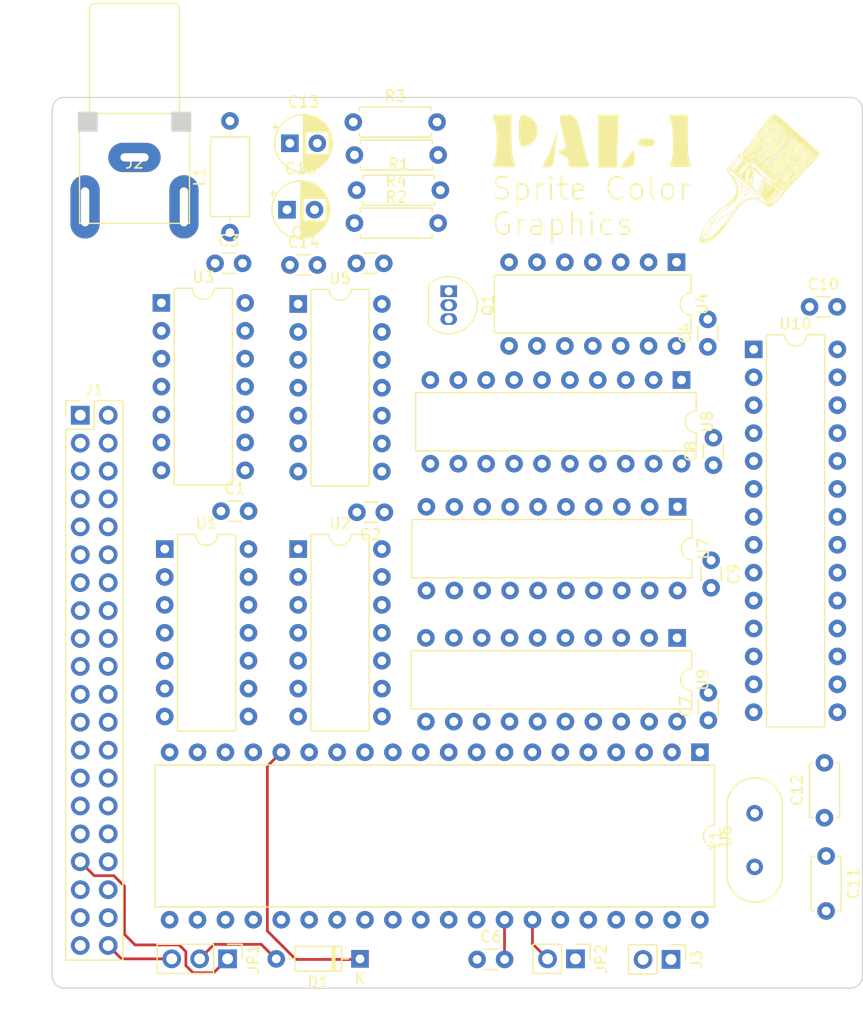
<source format=kicad_pcb>
(kicad_pcb (version 20211014) (generator pcbnew)
  (layers (0 "F.Cu" signal) (31 "B.Cu" signal) (34 "B.Paste" user) (35 "F.Paste" user) (36 "B.SilkS" user "B.Silkscreen") (37 "F.SilkS" user "F.Silkscreen") (38 "B.Mask" user) (39 "F.Mask" user) (44 "Edge.Cuts" user))
  (net 0 "")
  (net 1 "VCC")
  (net 2 "GND")
  (net 3 "Net-(C13-Pad1)")
  (net 4 "Net-(C15-Pad1)")
  (net 5 "Net-(C15-Pad2)")
  (net 6 "Net-(D1-Pad1)")
  (net 7 "Net-(D1-Pad2)")
  (net 8 "RESET")
  (net 9 "A0")
  (net 10 "A1")
  (net 11 "A2")
  (net 12 "A3")
  (net 13 "A4")
  (net 14 "A5")
  (net 15 "A6")
  (net 16 "A7")
  (net 17 "A8")
  (net 18 "A9")
  (net 19 "A10")
  (net 20 "A11")
  (net 21 "A12")
  (net 22 "A13")
  (net 23 "A14")
  (net 24 "A15")
  (net 25 "R{slash}~{W}")
  (net 26 "PHI2")
  (net 27 "D0")
  (net 28 "D1")
  (net 29 "D2")
  (net 30 "D3")
  (net 31 "D4")
  (net 32 "D5")
  (net 33 "D6")
  (net 34 "D7")
  (net 35 "SYNC")
  (net 36 "RDY")
  (net 37 "NMI")
  (net 38 "TAPE")
  (net 39 "DEN")
  (net 40 "SST")
  (net 41 "IO3")
  (net 42 "PB7")
  (net 43 "PHI1")
  (net 44 "IRQ")
  (net 45 "Net-(JP2-Pad2)")
  (net 46 "Net-(Q1-Pad1)")
  (net 47 "Net-(Q1-Pad2)")
  (net 48 "Net-(R1-Pad1)")
  (net 49 "Net-(U1-Pad8)")
  (net 50 "CS")
  (net 51 "Net-(U2-Pad3)")
  (net 52 "Net-(U2-Pad11)")
  (net 53 "Net-(U2-Pad6)")
  (net 55 "Net-(U3-Pad1)")
  (net 56 "Net-(U3-Pad4)")
  (net 57 "Net-(U3-Pad10)")
  (net 58 "Net-(U3-Pad13)")
  (net 59 "~{CAS}")
  (net 60 "Net-(U4-Pad2)")
  (net 61 "Net-(U4-Pad4)")
  (net 62 "COL")
  (net 63 "ROW")
  (net 64 "~{RAS}")
  (net 65 "~{VRD}")
  (net 66 "~{VRW}")
  (net 68 "Net-(U5-Pad3)")
  (net 69 "Net-(U5-Pad10)")
  (net 71 "/AD7")
  (net 72 "/AD6")
  (net 73 "/AD5")
  (net 74 "/AD4")
  (net 75 "/AD3")
  (net 76 "/AD2")
  (net 77 "/AD1")
  (net 78 "/AD0")
  (net 79 "/VD7")
  (net 80 "/VD6")
  (net 81 "/VD5")
  (net 82 "/VD4")
  (net 83 "/VD3")
  (net 84 "/VD2")
  (net 85 "/VD1")
  (net 86 "/VD0")
  (net 87 "Net-(J3-Pad1)")
  (net 91 "/VA6")
  (net 92 "/VA5")
  (net 93 "/VA4")
  (net 94 "/VA3")
  (net 95 "/VA2")
  (net 96 "/VA1")
  (net 97 "/VA0")
  (net 99 "/VA13")
  (net 100 "/VA12")
  (net 101 "/VA11")
  (net 102 "/VA10")
  (net 103 "/VA9")
  (net 104 "/VA8")
  (net 105 "/VA7")
  (net 106 "Net-(C11-Pad2)")
  (net 107 "Net-(C12-Pad2)")
  (footprint "Package_DIP:DIP-14_W7.62mm" (layer "F.Cu") (at 86.8272 97.1754)
    (fp_text reference "U2" (at 3.81 -2.33) (layer "F.SilkS"))
    (fp_text value "74LS00")
    (pad "1" thru_hole rect (at 0 0) (size 1.6 1.6) (drill 0.8) (layers *.Cu *.Mask) (net 50 "CS"))
    (pad "2" thru_hole oval (at 0 2.54) (size 1.6 1.6) (drill 0.8) (layers *.Cu *.Mask) (net 25 "R{slash}~{W}"))
    (pad "3" thru_hole oval (at 0 5.08) (size 1.6 1.6) (drill 0.8) (layers *.Cu *.Mask) (net 51 "Net-(U2-Pad3)"))
    (pad "4" thru_hole oval (at 0 7.62) (size 1.6 1.6) (drill 0.8) (layers *.Cu *.Mask) (net 52 "Net-(U2-Pad11)"))
    (pad "5" thru_hole oval (at 0 10.16) (size 1.6 1.6) (drill 0.8) (layers *.Cu *.Mask) (net 50 "CS"))
    (pad "6" thru_hole oval (at 0 12.7) (size 1.6 1.6) (drill 0.8) (layers *.Cu *.Mask) (net 53 "Net-(U2-Pad6)"))
    (pad "7" thru_hole oval (at 0 15.24) (size 1.6 1.6) (drill 0.8) (layers *.Cu *.Mask) (net 2 "GND"))
    (pad "8" thru_hole oval (at 7.62 15.24) (size 1.6 1.6) (drill 0.8) (layers *.Cu *.Mask))
    (pad "9" thru_hole oval (at 7.62 12.7) (size 1.6 1.6) (drill 0.8) (layers *.Cu *.Mask) (net 2 "GND"))
    (pad "10" thru_hole oval (at 7.62 10.16) (size 1.6 1.6) (drill 0.8) (layers *.Cu *.Mask) (net 2 "GND"))
    (pad "11" thru_hole oval (at 7.62 7.62) (size 1.6 1.6) (drill 0.8) (layers *.Cu *.Mask) (net 52 "Net-(U2-Pad11)"))
    (pad "12" thru_hole oval (at 7.62 5.08) (size 1.6 1.6) (drill 0.8) (layers *.Cu *.Mask) (net 25 "R{slash}~{W}"))
    (pad "13" thru_hole oval (at 7.62 2.54) (size 1.6 1.6) (drill 0.8) (layers *.Cu *.Mask) (net 25 "R{slash}~{W}"))
    (pad "14" thru_hole oval (at 7.62 0) (size 1.6 1.6) (drill 0.8) (layers *.Cu *.Mask) (net 1 "VCC"))
  )
  (footprint "Capacitor_THT:C_Disc_D3.0mm_W1.6mm_P2.50mm" (layer "F.Cu") (at 86.0752 71.3232)
    (fp_text reference "C14" (at 1.25 -2.05) (layer "F.SilkS"))
    (fp_text value "0.1uF")
    (pad "1" thru_hole circle (at 0 0) (size 1.6 1.6) (drill 0.8) (layers *.Cu *.Mask) (net 3 "Net-(C13-Pad1)"))
    (pad "2" thru_hole circle (at 2.5 0) (size 1.6 1.6) (drill 0.8) (layers *.Cu *.Mask) (net 2 "GND"))
  )
  (footprint "Crystal:Crystal_HC49-U_Vertical" (layer "F.Cu") (at 128.3716 126.0972 90)
    (fp_text reference "Y1" (at 2.44 -3.525 90) (layer "F.SilkS"))
    (fp_text value "10.7386Mhz")
    (pad "1" thru_hole circle (at 0 0 90) (size 1.5 1.5) (drill 0.8) (layers *.Cu *.Mask) (net 106 "Net-(C11-Pad2)"))
    (pad "2" thru_hole circle (at 4.88 0 90) (size 1.5 1.5) (drill 0.8) (layers *.Cu *.Mask) (net 107 "Net-(C12-Pad2)"))
  )
  (footprint "Resistor_THT:R_Axial_DIN0207_L6.3mm_D2.5mm_P7.62mm_Horizontal" (layer "F.Cu") (at 91.8464 58.3184)
    (fp_text reference "R3" (at 3.81 -2.37) (layer "F.SilkS"))
    (fp_text value "75")
    (pad "1" thru_hole circle (at 0 0) (size 1.6 1.6) (drill 0.8) (layers *.Cu *.Mask) (net 2 "GND"))
    (pad "2" thru_hole oval (at 7.62 0) (size 1.6 1.6) (drill 0.8) (layers *.Cu *.Mask) (net 46 "Net-(Q1-Pad1)"))
  )
  (footprint "Connector_PinHeader_2.54mm:PinHeader_1x03_P2.54mm_Vertical" (layer "F.Cu") (at 80.4014 134.4676 -90)
    (fp_text reference "JP1" (at 0 -2.33 90) (layer "F.SilkS"))
    (fp_text value "Jumper_3_Open")
    (pad "1" thru_hole rect (at 0 0 270) (size 1.7 1.7) (drill 1) (layers *.Cu *.Mask) (net 37 "NMI"))
    (pad "2" thru_hole oval (at 0 2.54 270) (size 1.7 1.7) (drill 1) (layers *.Cu *.Mask) (net 7 "Net-(D1-Pad2)"))
    (pad "3" thru_hole oval (at 0 5.08 270) (size 1.7 1.7) (drill 1) (layers *.Cu *.Mask) (net 44 "IRQ"))
  )
  (footprint "Resistor_THT:R_Axial_DIN0207_L6.3mm_D2.5mm_P7.62mm_Horizontal" (layer "F.Cu") (at 99.568 61.3156 180)
    (fp_text reference "R4" (at 3.81 -2.37) (layer "F.SilkS"))
    (fp_text value "75")
    (pad "1" thru_hole circle (at 0 0 180) (size 1.6 1.6) (drill 0.8) (layers *.Cu *.Mask) (net 46 "Net-(Q1-Pad1)"))
    (pad "2" thru_hole oval (at 7.62 0 180) (size 1.6 1.6) (drill 0.8) (layers *.Cu *.Mask) (net 4 "Net-(C15-Pad1)"))
  )
  (footprint "Package_TO_SOT_THT:TO-92_Inline" (layer "F.Cu") (at 100.5288 73.7108 -90)
    (fp_text reference "Q1" (at 1.27 -3.56 90) (layer "F.SilkS"))
    (fp_text value "2N3904")
    (pad "1" thru_hole rect (at 0 0 270) (size 1.05 1.5) (drill 0.75) (layers *.Cu *.Mask) (net 46 "Net-(Q1-Pad1)"))
    (pad "2" thru_hole oval (at 1.27 0 270) (size 1.05 1.5) (drill 0.75) (layers *.Cu *.Mask) (net 47 "Net-(Q1-Pad2)"))
    (pad "3" thru_hole oval (at 2.54 0 270) (size 1.05 1.5) (drill 0.75) (layers *.Cu *.Mask) (net 3 "Net-(C13-Pad1)"))
  )
  (footprint "Capacitor_THT:C_Disc_D3.0mm_W1.6mm_P2.50mm" (layer "F.Cu") (at 103.1132 134.5184)
    (fp_text reference "C6" (at 1.25 -2.05) (layer "F.SilkS"))
    (fp_text value "0.1uF")
    (pad "1" thru_hole circle (at 0 0) (size 1.6 1.6) (drill 0.8) (layers *.Cu *.Mask) (net 1 "VCC"))
    (pad "2" thru_hole circle (at 2.5 0) (size 1.6 1.6) (drill 0.8) (layers *.Cu *.Mask) (net 2 "GND"))
  )
  (footprint "Capacitor_THT:CP_Radial_D5.0mm_P2.50mm" (layer "F.Cu") (at 85.815288 66.294)
    (fp_text reference "C15" (at 1.25 -3.75) (layer "F.SilkS"))
    (fp_text value "220uF")
    (pad "1" thru_hole rect (at 0 0) (size 1.6 1.6) (drill 0.8) (layers *.Cu *.Mask) (net 4 "Net-(C15-Pad1)"))
    (pad "2" thru_hole circle (at 2.5 0) (size 1.6 1.6) (drill 0.8) (layers *.Cu *.Mask) (net 5 "Net-(C15-Pad2)"))
  )
  (footprint "Connector_PinHeader_2.54mm:PinHeader_2x20_P2.54mm_Vertical" (layer "F.Cu") (at 67.0002 84.9934)
    (fp_text reference "J1" (at 1.27 -2.33) (layer "F.SilkS"))
    (fp_text value "Conn_02x20_Odd_Even")
    (pad "1" thru_hole rect (at 0 0) (size 1.7 1.7) (drill 1) (layers *.Cu *.Mask) (net 2 "GND"))
    (pad "2" thru_hole oval (at 2.54 0) (size 1.7 1.7) (drill 1) (layers *.Cu *.Mask) (net 2 "GND"))
    (pad "3" thru_hole oval (at 0 2.54) (size 1.7 1.7) (drill 1) (layers *.Cu *.Mask) (net 1 "VCC"))
    (pad "4" thru_hole oval (at 2.54 2.54) (size 1.7 1.7) (drill 1) (layers *.Cu *.Mask) (net 8 "RESET"))
    (pad "5" thru_hole oval (at 0 5.08) (size 1.7 1.7) (drill 1) (layers *.Cu *.Mask) (net 9 "A0"))
    (pad "6" thru_hole oval (at 2.54 5.08) (size 1.7 1.7) (drill 1) (layers *.Cu *.Mask) (net 10 "A1"))
    (pad "7" thru_hole oval (at 0 7.62) (size 1.7 1.7) (drill 1) (layers *.Cu *.Mask) (net 11 "A2"))
    (pad "8" thru_hole oval (at 2.54 7.62) (size 1.7 1.7) (drill 1) (layers *.Cu *.Mask) (net 12 "A3"))
    (pad "9" thru_hole oval (at 0 10.16) (size 1.7 1.7) (drill 1) (layers *.Cu *.Mask) (net 13 "A4"))
    (pad "10" thru_hole oval (at 2.54 10.16) (size 1.7 1.7) (drill 1) (layers *.Cu *.Mask) (net 14 "A5"))
    (pad "11" thru_hole oval (at 0 12.7) (size 1.7 1.7) (drill 1) (layers *.Cu *.Mask) (net 15 "A6"))
    (pad "12" thru_hole oval (at 2.54 12.7) (size 1.7 1.7) (drill 1) (layers *.Cu *.Mask) (net 16 "A7"))
    (pad "13" thru_hole oval (at 0 15.24) (size 1.7 1.7) (drill 1) (layers *.Cu *.Mask) (net 17 "A8"))
    (pad "14" thru_hole oval (at 2.54 15.24) (size 1.7 1.7) (drill 1) (layers *.Cu *.Mask) (net 18 "A9"))
    (pad "15" thru_hole oval (at 0 17.78) (size 1.7 1.7) (drill 1) (layers *.Cu *.Mask) (net 19 "A10"))
    (pad "16" thru_hole oval (at 2.54 17.78) (size 1.7 1.7) (drill 1) (layers *.Cu *.Mask) (net 20 "A11"))
    (pad "17" thru_hole oval (at 0 20.32) (size 1.7 1.7) (drill 1) (layers *.Cu *.Mask) (net 21 "A12"))
    (pad "18" thru_hole oval (at 2.54 20.32) (size 1.7 1.7) (drill 1) (layers *.Cu *.Mask) (net 22 "A13"))
    (pad "19" thru_hole oval (at 0 22.86) (size 1.7 1.7) (drill 1) (layers *.Cu *.Mask) (net 23 "A14"))
    (pad "20" thru_hole oval (at 2.54 22.86) (size 1.7 1.7) (drill 1) (layers *.Cu *.Mask) (net 24 "A15"))
    (pad "21" thru_hole oval (at 0 25.4) (size 1.7 1.7) (drill 1) (layers *.Cu *.Mask) (net 25 "R{slash}~{W}"))
    (pad "22" thru_hole oval (at 2.54 25.4) (size 1.7 1.7) (drill 1) (layers *.Cu *.Mask) (net 26 "PHI2"))
    (pad "23" thru_hole oval (at 0 27.94) (size 1.7 1.7) (drill 1) (layers *.Cu *.Mask) (net 27 "D0"))
    (pad "24" thru_hole oval (at 2.54 27.94) (size 1.7 1.7) (drill 1) (layers *.Cu *.Mask) (net 28 "D1"))
    (pad "25" thru_hole oval (at 0 30.48) (size 1.7 1.7) (drill 1) (layers *.Cu *.Mask) (net 29 "D2"))
    (pad "26" thru_hole oval (at 2.54 30.48) (size 1.7 1.7) (drill 1) (layers *.Cu *.Mask) (net 30 "D3"))
    (pad "27" thru_hole oval (at 0 33.02) (size 1.7 1.7) (drill 1) (layers *.Cu *.Mask) (net 31 "D4"))
    (pad "28" thru_hole oval (at 2.54 33.02) (size 1.7 1.7) (drill 1) (layers *.Cu *.Mask) (net 32 "D5"))
    (pad "29" thru_hole oval (at 0 35.56) (size 1.7 1.7) (drill 1) (layers *.Cu *.Mask) (net 33 "D6"))
    (pad "30" thru_hole oval (at 2.54 35.56) (size 1.7 1.7) (drill 1) (layers *.Cu *.Mask) (net 34 "D7"))
    (pad "31" thru_hole oval (at 0 38.1) (size 1.7 1.7) (drill 1) (layers *.Cu *.Mask) (net 35 "SYNC"))
    (pad "32" thru_hole oval (at 2.54 38.1) (size 1.7 1.7) (drill 1) (layers *.Cu *.Mask) (net 36 "RDY"))
    (pad "33" thru_hole oval (at 0 40.64) (size 1.7 1.7) (drill 1) (layers *.Cu *.Mask) (net 37 "NMI"))
    (pad "34" thru_hole oval (at 2.54 40.64) (size 1.7 1.7) (drill 1) (layers *.Cu *.Mask) (net 38 "TAPE"))
    (pad "35" thru_hole oval (at 0 43.18) (size 1.7 1.7) (drill 1) (layers *.Cu *.Mask) (net 39 "DEN"))
    (pad "36" thru_hole oval (at 2.54 43.18) (size 1.7 1.7) (drill 1) (layers *.Cu *.Mask) (net 40 "SST"))
    (pad "37" thru_hole oval (at 0 45.72) (size 1.7 1.7) (drill 1) (layers *.Cu *.Mask) (net 41 "IO3"))
    (pad "38" thru_hole oval (at 2.54 45.72) (size 1.7 1.7) (drill 1) (layers *.Cu *.Mask) (net 42 "PB7"))
    (pad "39" thru_hole oval (at 0 48.26) (size 1.7 1.7) (drill 1) (layers *.Cu *.Mask) (net 43 "PHI1"))
    (pad "40" thru_hole oval (at 2.54 48.26) (size 1.7 1.7) (drill 1) (layers *.Cu *.Mask) (net 44 "IRQ"))
  )
  (footprint "Inductor_THT:L_Axial_L7.0mm_D3.3mm_P10.16mm_Horizontal_Fastron_MICC" (layer "F.Cu") (at 80.6196 68.3768 90)
    (fp_text reference "L1" (at 5.08 -2.77 90) (layer "F.SilkS"))
    (fp_text value "Inductor (bead)")
    (pad "1" thru_hole circle (at 0 0 90) (size 1.6 1.6) (drill 0.8) (layers *.Cu *.Mask) (net 1 "VCC"))
    (pad "2" thru_hole oval (at 10.16 0 90) (size 1.6 1.6) (drill 0.8) (layers *.Cu *.Mask) (net 3 "Net-(C13-Pad1)"))
  )
  (footprint "Capacitor_THT:C_Disc_D4.7mm_W2.5mm_P5.00mm" (layer "F.Cu") (at 134.7216 121.626 90)
    (fp_text reference "C12" (at 2.5 -2.5 90) (layer "F.SilkS"))
    (fp_text value "33pF")
    (pad "1" thru_hole circle (at 0 0 90) (size 1.6 1.6) (drill 0.8) (layers *.Cu *.Mask) (net 2 "GND"))
    (pad "2" thru_hole circle (at 5 0 90) (size 1.6 1.6) (drill 0.8) (layers *.Cu *.Mask) (net 107 "Net-(C12-Pad2)"))
  )
  (footprint "Package_DIP:DIP-20_W7.62mm" (layer "F.Cu") (at 121.3104 105.2576 -90)
    (fp_text reference "U9" (at 3.81 -2.33 90) (layer "F.SilkS"))
    (fp_text value "74LS574")
    (pad "1" thru_hole rect (at 0 0 270) (size 1.6 1.6) (drill 0.8) (layers *.Cu *.Mask) (net 66 "~{VRW}"))
    (pad "2" thru_hole oval (at 0 2.54 270) (size 1.6 1.6) (drill 0.8) (layers *.Cu *.Mask) (net 78 "/AD0"))
    (pad "3" thru_hole oval (at 0 5.08 270) (size 1.6 1.6) (drill 0.8) (layers *.Cu *.Mask) (net 77 "/AD1"))
    (pad "4" thru_hole oval (at 0 7.62 270) (size 1.6 1.6) (drill 0.8) (layers *.Cu *.Mask) (net 76 "/AD2"))
    (pad "5" thru_hole oval (at 0 10.16 270) (size 1.6 1.6) (drill 0.8) (layers *.Cu *.Mask) (net 75 "/AD3"))
    (pad "6" thru_hole oval (at 0 12.7 270) (size 1.6 1.6) (drill 0.8) (layers *.Cu *.Mask) (net 74 "/AD4"))
    (pad "7" thru_hole oval (at 0 15.24 270) (size 1.6 1.6) (drill 0.8) (layers *.Cu *.Mask) (net 73 "/AD5"))
    (pad "8" thru_hole oval (at 0 17.78 270) (size 1.6 1.6) (drill 0.8) (layers *.Cu *.Mask) (net 72 "/AD6"))
    (pad "9" thru_hole oval (at 0 20.32 270) (size 1.6 1.6) (drill 0.8) (layers *.Cu *.Mask) (net 71 "/AD7"))
    (pad "10" thru_hole oval (at 0 22.86 270) (size 1.6 1.6) (drill 0.8) (layers *.Cu *.Mask) (net 2 "GND"))
    (pad "11" thru_hole oval (at 7.62 22.86 270) (size 1.6 1.6) (drill 0.8) (layers *.Cu *.Mask) (net 65 "~{VRD}"))
    (pad "12" thru_hole oval (at 7.62 20.32 270) (size 1.6 1.6) (drill 0.8) (layers *.Cu *.Mask) (net 79 "/VD7"))
    (pad "13" thru_hole oval (at 7.62 17.78 270) (size 1.6 1.6) (drill 0.8) (layers *.Cu *.Mask) (net 80 "/VD6"))
    (pad "14" thru_hole oval (at 7.62 15.24 270) (size 1.6 1.6) (drill 0.8) (layers *.Cu *.Mask) (net 81 "/VD5"))
    (pad "15" thru_hole oval (at 7.62 12.7 270) (size 1.6 1.6) (drill 0.8) (layers *.Cu *.Mask) (net 82 "/VD4"))
    (pad "16" thru_hole oval (at 7.62 10.16 270) (size 1.6 1.6) (drill 0.8) (layers *.Cu *.Mask) (net 83 "/VD3"))
    (pad "17" thru_hole oval (at 7.62 7.62 270) (size 1.6 1.6) (drill 0.8) (layers *.Cu *.Mask) (net 84 "/VD2"))
    (pad "18" thru_hole oval (at 7.62 5.08 270) (size 1.6 1.6) (drill 0.8) (layers *.Cu *.Mask) (net 85 "/VD1"))
    (pad "19" thru_hole oval (at 7.62 2.54 270) (size 1.6 1.6) (drill 0.8) (layers *.Cu *.Mask) (net 86 "/VD0"))
    (pad "20" thru_hole oval (at 7.62 0 270) (size 1.6 1.6) (drill 0.8) (layers *.Cu *.Mask) (net 1 "VCC"))
  )
  (footprint "Package_DIP:DIP-40_W15.24mm" (layer "F.Cu") (at 123.3882 115.6666 -90)
    (fp_text reference "U6" (at 7.62 -2.33 90) (layer "F.SilkS"))
    (fp_text value "TMS9918A")
    (pad "1" thru_hole rect (at 0 0 270) (size 1.6 1.6) (drill 0.8) (layers *.Cu *.Mask) (net 64 "~{RAS}"))
    (pad "2" thru_hole oval (at 0 2.54 270) (size 1.6 1.6) (drill 0.8) (layers *.Cu *.Mask) (net 59 "~{CAS}"))
    (pad "3" thru_hole oval (at 0 5.08 270) (size 1.6 1.6) (drill 0.8) (layers *.Cu *.Mask) (net 71 "/AD7"))
    (pad "4" thru_hole oval (at 0 7.62 270) (size 1.6 1.6) (drill 0.8) (layers *.Cu *.Mask) (net 72 "/AD6"))
    (pad "5" thru_hole oval (at 0 10.16 270) (size 1.6 1.6) (drill 0.8) (layers *.Cu *.Mask) (net 73 "/AD5"))
    (pad "6" thru_hole oval (at 0 12.7 270) (size 1.6 1.6) (drill 0.8) (layers *.Cu *.Mask) (net 74 "/AD4"))
    (pad "7" thru_hole oval (at 0 15.24 270) (size 1.6 1.6) (drill 0.8) (layers *.Cu *.Mask) (net 75 "/AD3"))
    (pad "8" thru_hole oval (at 0 17.78 270) (size 1.6 1.6) (drill 0.8) (layers *.Cu *.Mask) (net 76 "/AD2"))
    (pad "9" thru_hole oval (at 0 20.32 270) (size 1.6 1.6) (drill 0.8) (layers *.Cu *.Mask) (net 77 "/AD1"))
    (pad "10" thru_hole oval (at 0 22.86 270) (size 1.6 1.6) (drill 0.8) (layers *.Cu *.Mask) (net 78 "/AD0"))
    (pad "11" thru_hole oval (at 0 25.4 270) (size 1.6 1.6) (drill 0.8) (layers *.Cu *.Mask) (net 66 "~{VRW}"))
    (pad "12" thru_hole oval (at 0 27.94 270) (size 1.6 1.6) (drill 0.8) (layers *.Cu *.Mask) (net 2 "GND"))
    (pad "13" thru_hole oval (at 0 30.48 270) (size 1.6 1.6) (drill 0.8) (layers *.Cu *.Mask) (net 9 "A0"))
    (pad "14" thru_hole oval (at 0 33.02 270) (size 1.6 1.6) (drill 0.8) (layers *.Cu *.Mask) (net 53 "Net-(U2-Pad6)"))
    (pad "15" thru_hole oval (at 0 35.56 270) (size 1.6 1.6) (drill 0.8) (layers *.Cu *.Mask) (net 51 "Net-(U2-Pad3)"))
    (pad "16" thru_hole oval (at 0 38.1 270) (size 1.6 1.6) (drill 0.8) (layers *.Cu *.Mask) (net 6 "Net-(D1-Pad1)"))
    (pad "17" thru_hole oval (at 0 40.64 270) (size 1.6 1.6) (drill 0.8) (layers *.Cu *.Mask) (net 34 "D7"))
    (pad "18" thru_hole oval (at 0 43.18 270) (size 1.6 1.6) (drill 0.8) (layers *.Cu *.Mask) (net 33 "D6"))
    (pad "19" thru_hole oval (at 0 45.72 270) (size 1.6 1.6) (drill 0.8) (layers *.Cu *.Mask) (net 32 "D5"))
    (pad "20" thru_hole oval (at 0 48.26 270) (size 1.6 1.6) (drill 0.8) (layers *.Cu *.Mask) (net 31 "D4"))
    (pad "21" thru_hole oval (at 15.24 48.26 270) (size 1.6 1.6) (drill 0.8) (layers *.Cu *.Mask) (net 30 "D3"))
    (pad "22" thru_hole oval (at 15.24 45.72 270) (size 1.6 1.6) (drill 0.8) (layers *.Cu *.Mask) (net 29 "D2"))
    (pad "23" thru_hole oval (at 15.24 43.18 270) (size 1.6 1.6) (drill 0.8) (layers *.Cu *.Mask) (net 28 "D1"))
    (pad "24" thru_hole oval (at 15.24 40.64 270) (size 1.6 1.6) (drill 0.8) (layers *.Cu *.Mask) (net 27 "D0"))
    (pad "25" thru_hole oval (at 15.24 38.1 270) (size 1.6 1.6) (drill 0.8) (layers *.Cu *.Mask) (net 79 "/VD7"))
    (pad "26" thru_hole oval (at 15.24 35.56 270) (size 1.6 1.6) (drill 0.8) (layers *.Cu *.Mask) (net 80 "/VD6"))
    (pad "27" thru_hole oval (at 15.24 33.02 270) (size 1.6 1.6) (drill 0.8) (layers *.Cu *.Mask) (net 81 "/VD5"))
    (pad "28" thru_hole oval (at 15.24 30.48 270) (size 1.6 1.6) (drill 0.8) (layers *.Cu *.Mask) (net 82 "/VD4"))
    (pad "29" thru_hole oval (at 15.24 27.94 270) (size 1.6 1.6) (drill 0.8) (layers *.Cu *.Mask) (net 83 "/VD3"))
    (pad "30" thru_hole oval (at 15.24 25.4 270) (size 1.6 1.6) (drill 0.8) (layers *.Cu *.Mask) (net 84 "/VD2"))
    (pad "31" thru_hole oval (at 15.24 22.86 270) (size 1.6 1.6) (drill 0.8) (layers *.Cu *.Mask) (net 85 "/VD1"))
    (pad "32" thru_hole oval (at 15.24 20.32 270) (size 1.6 1.6) (drill 0.8) (layers *.Cu *.Mask) (net 86 "/VD0"))
    (pad "33" thru_hole oval (at 15.24 17.78 270) (size 1.6 1.6) (drill 0.8) (layers *.Cu *.Mask) (net 1 "VCC"))
    (pad "34" thru_hole oval (at 15.24 15.24 270) (size 1.6 1.6) (drill 0.8) (layers *.Cu *.Mask) (net 45 "Net-(JP2-Pad2)"))
    (pad "35" thru_hole oval (at 15.24 12.7 270) (size 1.6 1.6) (drill 0.8) (layers *.Cu *.Mask) (net 87 "Net-(J3-Pad1)"))
    (pad "36" thru_hole oval (at 15.24 10.16 270) (size 1.6 1.6) (drill 0.8) (layers *.Cu *.Mask) (net 48 "Net-(R1-Pad1)"))
    (pad "37" thru_hole oval (at 15.24 7.62 270) (size 1.6 1.6) (drill 0.8) (layers *.Cu *.Mask))
    (pad "38" thru_hole oval (at 15.24 5.08 270) (size 1.6 1.6) (drill 0.8) (layers *.Cu *.Mask))
    (pad "39" thru_hole oval (at 15.24 2.54 270) (size 1.6 1.6) (drill 0.8) (layers *.Cu *.Mask) (net 106 "Net-(C11-Pad2)"))
    (pad "40" thru_hole oval (at 15.24 0 270) (size 1.6 1.6) (drill 0.8) (layers *.Cu *.Mask) (net 107 "Net-(C12-Pad2)"))
  )
  (footprint "Capacitor_THT:CP_Radial_D5.0mm_P2.50mm" (layer "F.Cu") (at 86.069288 60.2488)
    (fp_text reference "C13" (at 1.25 -3.75) (layer "F.SilkS"))
    (fp_text value "22uF")
    (pad "1" thru_hole rect (at 0 0) (size 1.6 1.6) (drill 0.8) (layers *.Cu *.Mask) (net 3 "Net-(C13-Pad1)"))
    (pad "2" thru_hole circle (at 2.5 0) (size 1.6 1.6) (drill 0.8) (layers *.Cu *.Mask) (net 2 "GND"))
  )
  (footprint "Package_DIP:DIP-28_W7.62mm" (layer "F.Cu") (at 128.28 79.004)
    (fp_text reference "U10" (at 3.81 -2.33) (layer "F.SilkS"))
    (fp_text value "CY7C199")
    (pad "1" thru_hole rect (at 0 0) (size 1.6 1.6) (drill 0.8) (layers *.Cu *.Mask) (net 92 "/VA5"))
    (pad "2" thru_hole oval (at 0 2.54) (size 1.6 1.6) (drill 0.8) (layers *.Cu *.Mask) (net 91 "/VA6"))
    (pad "3" thru_hole oval (at 0 5.08) (size 1.6 1.6) (drill 0.8) (layers *.Cu *.Mask) (net 105 "/VA7"))
    (pad "4" thru_hole oval (at 0 7.62) (size 1.6 1.6) (drill 0.8) (layers *.Cu *.Mask) (net 104 "/VA8"))
    (pad "5" thru_hole oval (at 0 10.16) (size 1.6 1.6) (drill 0.8) (layers *.Cu *.Mask) (net 103 "/VA9"))
    (pad "6" thru_hole oval (at 0 12.7) (size 1.6 1.6) (drill 0.8) (layers *.Cu *.Mask) (net 102 "/VA10"))
    (pad "7" thru_hole oval (at 0 15.24) (size 1.6 1.6) (drill 0.8) (layers *.Cu *.Mask) (net 101 "/VA11"))
    (pad "8" thru_hole oval (at 0 17.78) (size 1.6 1.6) (drill 0.8) (layers *.Cu *.Mask) (net 100 "/VA12"))
    (pad "9" thru_hole oval (at 0 20.32) (size 1.6 1.6) (drill 0.8) (layers *.Cu *.Mask) (net 99 "/VA13"))
    (pad "10" thru_hole oval (at 0 22.86) (size 1.6 1.6) (drill 0.8) (layers *.Cu *.Mask) (net 2 "GND"))
    (pad "11" thru_hole oval (at 0 25.4) (size 1.6 1.6) (drill 0.8) (layers *.Cu *.Mask) (net 86 "/VD0"))
    (pad "12" thru_hole oval (at 0 27.94) (size 1.6 1.6) (drill 0.8) (layers *.Cu *.Mask) (net 85 "/VD1"))
    (pad "13" thru_hole oval (at 0 30.48) (size 1.6 1.6) (drill 0.8) (layers *.Cu *.Mask) (net 84 "/VD2"))
    (pad "14" thru_hole oval (at 0 33.02) (size 1.6 1.6) (drill 0.8) (layers *.Cu *.Mask) (net 2 "GND"))
    (pad "15" thru_hole oval (at 7.62 33.02) (size 1.6 1.6) (drill 0.8) (layers *.Cu *.Mask) (net 83 "/VD3"))
    (pad "16" thru_hole oval (at 7.62 30.48) (size 1.6 1.6) (drill 0.8) (layers *.Cu *.Mask) (net 82 "/VD4"))
    (pad "17" thru_hole oval (at 7.62 27.94) (size 1.6 1.6) (drill 0.8) (layers *.Cu *.Mask) (net 81 "/VD5"))
    (pad "18" thru_hole oval (at 7.62 25.4) (size 1.6 1.6) (drill 0.8) (layers *.Cu *.Mask) (net 80 "/VD6"))
    (pad "19" thru_hole oval (at 7.62 22.86) (size 1.6 1.6) (drill 0.8) (layers *.Cu *.Mask) (net 79 "/VD7"))
    (pad "20" thru_hole oval (at 7.62 20.32) (size 1.6 1.6) (drill 0.8) (layers *.Cu *.Mask) (net 59 "~{CAS}"))
    (pad "21" thru_hole oval (at 7.62 17.78) (size 1.6 1.6) (drill 0.8) (layers *.Cu *.Mask) (net 97 "/VA0"))
    (pad "22" thru_hole oval (at 7.62 15.24) (size 1.6 1.6) (drill 0.8) (layers *.Cu *.Mask) (net 65 "~{VRD}"))
    (pad "23" thru_hole oval (at 7.62 12.7) (size 1.6 1.6) (drill 0.8) (layers *.Cu *.Mask) (net 96 "/VA1"))
    (pad "24" thru_hole oval (at 7.62 10.16) (size 1.6 1.6) (drill 0.8) (layers *.Cu *.Mask) (net 95 "/VA2"))
    (pad "25" thru_hole oval (at 7.62 7.62) (size 1.6 1.6) (drill 0.8) (layers *.Cu *.Mask) (net 94 "/VA3"))
    (pad "26" thru_hole oval (at 7.62 5.08) (size 1.6 1.6) (drill 0.8) (layers *.Cu *.Mask) (net 93 "/VA4"))
    (pad "27" thru_hole oval (at 7.62 2.54) (size 1.6 1.6) (drill 0.8) (layers *.Cu *.Mask) (net 66 "~{VRW}"))
    (pad "28" thru_hole oval (at 7.62 0) (size 1.6 1.6) (drill 0.8) (layers *.Cu *.Mask) (net 1 "VCC"))
  )
  (footprint "Package_DIP:DIP-14_W7.62mm" (layer "F.Cu") (at 121.2596 71.0692 -90)
    (fp_text reference "U4" (at 3.81 -2.33 90) (layer "F.SilkS"))
    (fp_text value "74LS04")
    (pad "1" thru_hole rect (at 0 0 270) (size 1.6 1.6) (drill 0.8) (layers *.Cu *.Mask) (net 59 "~{CAS}"))
    (pad "2" thru_hole oval (at 0 2.54 270) (size 1.6 1.6) (drill 0.8) (layers *.Cu *.Mask) (net 60 "Net-(U4-Pad2)"))
    (pad "3" thru_hole oval (at 0 5.08 270) (size 1.6 1.6) (drill 0.8) (layers *.Cu *.Mask) (net 60 "Net-(U4-Pad2)"))
    (pad "4" thru_hole oval (at 0 7.62 270) (size 1.6 1.6) (drill 0.8) (layers *.Cu *.Mask) (net 61 "Net-(U4-Pad4)"))
    (pad "5" thru_hole oval (at 0 10.16 270) (size 1.6 1.6) (drill 0.8) (layers *.Cu *.Mask) (net 61 "Net-(U4-Pad4)"))
    (pad "6" thru_hole oval (at 0 12.7 270) (size 1.6 1.6) (drill 0.8) (layers *.Cu *.Mask) (net 62 "COL"))
    (pad "7" thru_hole oval (at 0 15.24 270) (size 1.6 1.6) (drill 0.8) (layers *.Cu *.Mask) (net 2 "GND"))
    (pad "8" thru_hole oval (at 7.62 15.24 270) (size 1.6 1.6) (drill 0.8) (layers *.Cu *.Mask) (net 63 "ROW"))
    (pad "9" thru_hole oval (at 7.62 12.7 270) (size 1.6 1.6) (drill 0.8) (layers *.Cu *.Mask) (net 64 "~{RAS}"))
    (pad "10" thru_hole oval (at 7.62 10.16 270) (size 1.6 1.6) (drill 0.8) (layers *.Cu *.Mask) (net 65 "~{VRD}"))
    (pad "11" thru_hole oval (at 7.62 7.62 270) (size 1.6 1.6) (drill 0.8) (layers *.Cu *.Mask) (net 66 "~{VRW}"))
    (pad "12" thru_hole oval (at 7.62 5.08 270) (size 1.6 1.6) (drill 0.8) (layers *.Cu *.Mask))
    (pad "13" thru_hole oval (at 7.62 2.54 270) (size 1.6 1.6) (drill 0.8) (layers *.Cu *.Mask) (net 2 "GND"))
    (pad "14" thru_hole oval (at 7.62 0 270) (size 1.6 1.6) (drill 0.8) (layers *.Cu *.Mask) (net 1 "VCC"))
  )
  (footprint "Package_DIP:DIP-14_W7.62mm" (layer "F.Cu") (at 86.8272 74.8742)
    (fp_text reference "U5" (at 3.81 -2.33) (layer "F.SilkS"))
    (fp_text value "74LS08")
    (pad "1" thru_hole rect (at 0 0) (size 1.6 1.6) (drill 0.8) (layers *.Cu *.Mask) (net 55 "Net-(U3-Pad1)"))
    (pad "2" thru_hole oval (at 0 2.54) (size 1.6 1.6) (drill 0.8) (layers *.Cu *.Mask) (net 56 "Net-(U3-Pad4)"))
    (pad "3" thru_hole oval (at 0 5.08) (size 1.6 1.6) (drill 0.8) (layers *.Cu *.Mask) (net 68 "Net-(U5-Pad3)"))
    (pad "4" thru_hole oval (at 0 7.62) (size 1.6 1.6) (drill 0.8) (layers *.Cu *.Mask) (net 57 "Net-(U3-Pad10)"))
    (pad "5" thru_hole oval (at 0 10.16) (size 1.6 1.6) (drill 0.8) (layers *.Cu *.Mask) (net 58 "Net-(U3-Pad13)"))
    (pad "6" thru_hole oval (at 0 12.7) (size 1.6 1.6) (drill 0.8) (layers *.Cu *.Mask) (net 69 "Net-(U5-Pad10)"))
    (pad "7" thru_hole oval (at 0 15.24) (size 1.6 1.6) (drill 0.8) (layers *.Cu *.Mask) (net 2 "GND"))
    (pad "8" thru_hole oval (at 7.62 15.24) (size 1.6 1.6) (drill 0.8) (layers *.Cu *.Mask) (net 50 "CS"))
    (pad "9" thru_hole oval (at 7.62 12.7) (size 1.6 1.6) (drill 0.8) (layers *.Cu *.Mask) (net 68 "Net-(U5-Pad3)"))
    (pad "10" thru_hole oval (at 7.62 10.16) (size 1.6 1.6) (drill 0.8) (layers *.Cu *.Mask) (net 69 "Net-(U5-Pad10)"))
    (pad "11" thru_hole oval (at 7.62 7.62) (size 1.6 1.6) (drill 0.8) (layers *.Cu *.Mask))
    (pad "12" thru_hole oval (at 7.62 5.08) (size 1.6 1.6) (drill 0.8) (layers *.Cu *.Mask) (net 2 "GND"))
    (pad "13" thru_hole oval (at 7.62 2.54) (size 1.6 1.6) (drill 0.8) (layers *.Cu *.Mask) (net 2 "GND"))
    (pad "14" thru_hole oval (at 7.62 0) (size 1.6 1.6) (drill 0.8) (layers *.Cu *.Mask) (net 1 "VCC"))
  )
  (footprint "Capacitor_THT:C_Disc_D3.0mm_W1.6mm_P2.50mm" (layer "F.Cu") (at 124.6124 89.5404 90)
    (fp_text reference "C8" (at 1.25 -2.05 90) (layer "F.SilkS"))
    (fp_text value "0.1uF")
    (pad "1" thru_hole circle (at 0 0 90) (size 1.6 1.6) (drill 0.8) (layers *.Cu *.Mask) (net 1 "VCC"))
    (pad "2" thru_hole circle (at 2.5 0 90) (size 1.6 1.6) (drill 0.8) (layers *.Cu *.Mask) (net 2 "GND"))
  )
  (footprint "Capacitor_THT:C_Disc_D3.0mm_W1.6mm_P2.50mm" (layer "F.Cu") (at 94.6712 93.8276 180)
    (fp_text reference "C2" (at 1.25 -2.05) (layer "F.SilkS"))
    (fp_text value "0.1uF")
    (pad "1" thru_hole circle (at 0 0 180) (size 1.6 1.6) (drill 0.8) (layers *.Cu *.Mask) (net 1 "VCC"))
    (pad "2" thru_hole circle (at 2.5 0 180) (size 1.6 1.6) (drill 0.8) (layers *.Cu *.Mask) (net 2 "GND"))
  )
  (footprint "Capacitor_THT:C_Disc_D3.0mm_W1.6mm_P2.50mm" (layer "F.Cu") (at 79.8068 93.726)
    (fp_text reference "C1" (at 1.25 -2.05) (layer "F.SilkS"))
    (fp_text value "0.1uF")
    (pad "1" thru_hole circle (at 0 0) (size 1.6 1.6) (drill 0.8) (layers *.Cu *.Mask) (net 1 "VCC"))
    (pad "2" thru_hole circle (at 2.5 0) (size 1.6 1.6) (drill 0.8) (layers *.Cu *.Mask) (net 2 "GND"))
  )
  (footprint "Capacitor_THT:C_Disc_D3.0mm_W1.6mm_P2.50mm" (layer "F.Cu") (at 92.1204 71.1708)
    (fp_text reference "C5" (at -4.9476 -2.812) (layer "F.SilkS"))
    (fp_text value "0.1uF")
    (pad "1" thru_hole circle (at 0 0) (size 1.6 1.6) (drill 0.8) (layers *.Cu *.Mask) (net 1 "VCC"))
    (pad "2" thru_hole circle (at 2.5 0) (size 1.6 1.6) (drill 0.8) (layers *.Cu *.Mask) (net 2 "GND"))
  )
  (footprint "Package_DIP:DIP-14_W7.62mm" (layer "F.Cu") (at 74.3812 74.7726)
    (fp_text reference "U3" (at 3.81 -2.33) (layer "F.SilkS"))
    (fp_text value "74LS02")
    (pad "1" thru_hole rect (at 0 0) (size 1.6 1.6) (drill 0.8) (layers *.Cu *.Mask) (net 55 "Net-(U3-Pad1)"))
    (pad "2" thru_hole oval (at 0 2.54) (size 1.6 1.6) (drill 0.8) (layers *.Cu *.Mask) (net 10 "A1"))
    (pad "3" thru_hole oval (at 0 5.08) (size 1.6 1.6) (drill 0.8) (layers *.Cu *.Mask) (net 13 "A4"))
    (pad "4" thru_hole oval (at 0 7.62) (size 1.6 1.6) (drill 0.8) (layers *.Cu *.Mask) (net 56 "Net-(U3-Pad4)"))
    (pad "5" thru_hole oval (at 0 10.16) (size 1.6 1.6) (drill 0.8) (layers *.Cu *.Mask) (net 17 "A8"))
    (pad "6" thru_hole oval (at 0 12.7) (size 1.6 1.6) (drill 0.8) (layers *.Cu *.Mask) (net 20 "A11"))
    (pad "7" thru_hole oval (at 0 15.24) (size 1.6 1.6) (drill 0.8) (layers *.Cu *.Mask) (net 2 "GND"))
    (pad "8" thru_hole oval (at 7.62 15.24) (size 1.6 1.6) (drill 0.8) (layers *.Cu *.Mask) (net 22 "A13"))
    (pad "9" thru_hole oval (at 7.62 12.7) (size 1.6 1.6) (drill 0.8) (layers *.Cu *.Mask) (net 23 "A14"))
    (pad "10" thru_hole oval (at 7.62 10.16) (size 1.6 1.6) (drill 0.8) (layers *.Cu *.Mask) (net 57 "Net-(U3-Pad10)"))
    (pad "11" thru_hole oval (at 7.62 7.62) (size 1.6 1.6) (drill 0.8) (layers *.Cu *.Mask) (net 24 "A15"))
    (pad "12" thru_hole oval (at 7.62 5.08) (size 1.6 1.6) (drill 0.8) (layers *.Cu *.Mask) (net 49 "Net-(U1-Pad8)"))
    (pad "13" thru_hole oval (at 7.62 2.54) (size 1.6 1.6) (drill 0.8) (layers *.Cu *.Mask) (net 58 "Net-(U3-Pad13)"))
    (pad "14" thru_hole oval (at 7.62 0) (size 1.6 1.6) (drill 0.8) (layers *.Cu *.Mask) (net 1 "VCC"))
  )
  (footprint "Package_DIP:DIP-20_W7.62mm" (layer "F.Cu") (at 121.3562 93.3296 -90)
    (fp_text reference "U7" (at 3.81 -2.33 90) (layer "F.SilkS"))
    (fp_text value "74LS574")
    (pad "1" thru_hole rect (at 0 0 270) (size 1.6 1.6) (drill 0.8) (layers *.Cu *.Mask) (net 2 "GND"))
    (pad "2" thru_hole oval (at 0 2.54 270) (size 1.6 1.6) (drill 0.8) (layers *.Cu *.Mask) (net 77 "/AD1"))
    (pad "3" thru_hole oval (at 0 5.08 270) (size 1.6 1.6) (drill 0.8) (layers *.Cu *.Mask) (net 76 "/AD2"))
    (pad "4" thru_hole oval (at 0 7.62 270) (size 1.6 1.6) (drill 0.8) (layers *.Cu *.Mask) (net 75 "/AD3"))
    (pad "5" thru_hole oval (at 0 10.16 270) (size 1.6 1.6) (drill 0.8) (layers *.Cu *.Mask) (net 74 "/AD4"))
    (pad "6" thru_hole oval (at 0 12.7 270) (size 1.6 1.6) (drill 0.8) (layers *.Cu *.Mask) (net 73 "/AD5"))
    (pad "7" thru_hole oval (at 0 15.24 270) (size 1.6 1.6) (drill 0.8) (layers *.Cu *.Mask) (net 72 "/AD6"))
    (pad "8" thru_hole oval (at 0 17.78 270) (size 1.6 1.6) (drill 0.8) (layers *.Cu *.Mask) (net 71 "/AD7"))
    (pad "9" thru_hole oval (at 0 20.32 270) (size 1.6 1.6) (drill 0.8) (layers *.Cu *.Mask) (net 2 "GND"))
    (pad "10" thru_hole oval (at 0 22.86 270) (size 1.6 1.6) (drill 0.8) (layers *.Cu *.Mask) (net 2 "GND"))
    (pad "11" thru_hole oval (at 7.62 22.86 270) (size 1.6 1.6) (drill 0.8) (layers *.Cu *.Mask) (net 63 "ROW"))
    (pad "12" thru_hole oval (at 7.62 20.32 270) (size 1.6 1.6) (drill 0.8) (layers *.Cu *.Mask))
    (pad "13" thru_hole oval (at 7.62 17.78 270) (size 1.6 1.6) (drill 0.8) (layers *.Cu *.Mask) (net 91 "/VA6"))
    (pad "14" thru_hole oval (at 7.62 15.24 270) (size 1.6 1.6) (drill 0.8) (layers *.Cu *.Mask) (net 92 "/VA5"))
    (pad "15" thru_hole oval (at 7.62 12.7 270) (size 1.6 1.6) (drill 0.8) (layers *.Cu *.Mask) (net 93 "/VA4"))
    (pad "16" thru_hole oval (at 7.62 10.16 270) (size 1.6 1.6) (drill 0.8) (layers *.Cu *.Mask) (net 94 "/VA3"))
    (pad "17" thru_hole oval (at 7.62 7.62 270) (size 1.6 1.6) (drill 0.8) (layers *.Cu *.Mask) (net 95 "/VA2"))
    (pad "18" thru_hole oval (at 7.62 5.08 270) (size 1.6 1.6) (drill 0.8) (layers *.Cu *.Mask) (net 96 "/VA1"))
    (pad "19" thru_hole oval (at 7.62 2.54 270) (size 1.6 1.6) (drill 0.8) (layers *.Cu *.Mask) (net 97 "/VA0"))
    (pad "20" thru_hole oval (at 7.62 0 270) (size 1.6 1.6) (drill 0.8) (layers *.Cu *.Mask) (net 1 "VCC"))
  )
  (footprint "Connector_PinHeader_2.54mm:PinHeader_1x02_P2.54mm_Vertical" (layer "F.Cu") (at 112.0648 134.4676 -90)
    (fp_text reference "JP2" (at 0 -2.33 90) (layer "F.SilkS"))
    (fp_text value "Jumper_2_Open")
    (pad "1" thru_hole rect (at 0 0 270) (size 1.7 1.7) (drill 1) (layers *.Cu *.Mask) (net 8 "RESET"))
    (pad "2" thru_hole oval (at 0 2.54 270) (size 1.7 1.7) (drill 1) (layers *.Cu *.Mask) (net 45 "Net-(JP2-Pad2)"))
  )
  (footprint "Capacitor_THT:C_Disc_D4.7mm_W2.5mm_P5.00mm" (layer "F.Cu") (at 134.874 125.1096 -90)
    (fp_text reference "C11" (at 2.5 -2.5 90) (layer "F.SilkS"))
    (fp_text value "33pF")
    (pad "1" thru_hole circle (at 0 0 270) (size 1.6 1.6) (drill 0.8) (layers *.Cu *.Mask) (net 2 "GND"))
    (pad "2" thru_hole circle (at 5 0 270) (size 1.6 1.6) (drill 0.8) (layers *.Cu *.Mask) (net 106 "Net-(C11-Pad2)"))
  )
  (footprint "LOGO" (layer "F.Cu") (at 128.789433 63.477374 180)
    (fp_text reference "G***" hide)
    (fp_text value "LOGO" hide)
  )
  (footprint "Resistor_THT:R_Axial_DIN0207_L6.3mm_D2.5mm_P7.62mm_Horizontal" (layer "F.Cu") (at 91.948 67.5132)
    (fp_text reference "R2" (at 3.81 -2.37) (layer "F.SilkS"))
    (fp_text value "470")
    (pad "1" thru_hole circle (at 0 0) (size 1.6 1.6) (drill 0.8) (layers *.Cu *.Mask) (net 2 "GND"))
    (pad "2" thru_hole oval (at 7.62 0) (size 1.6 1.6) (drill 0.8) (layers *.Cu *.Mask) (net 47 "Net-(Q1-Pad2)"))
  )
  (footprint "Capacitor_THT:C_Disc_D3.0mm_W1.6mm_P2.50mm" (layer "F.Cu") (at 124.1044 78.7708 90)
    (fp_text reference "C4" (at 1.25 -2.05 90) (layer "F.SilkS"))
    (fp_text value "0.1uF")
    (pad "1" thru_hole circle (at 0 0 90) (size 1.6 1.6) (drill 0.8) (layers *.Cu *.Mask) (net 1 "VCC"))
    (pad "2" thru_hole circle (at 2.5 0 90) (size 1.6 1.6) (drill 0.8) (layers *.Cu *.Mask) (net 2 "GND"))
  )
  (footprint "Capacitor_THT:C_Disc_D3.0mm_W1.6mm_P2.50mm" (layer "F.Cu") (at 124.4092 98.1964 -90)
    (fp_text reference "C9" (at 1.25 -2.05 90) (layer "F.SilkS"))
    (fp_text value "0.1uF")
    (pad "1" thru_hole circle (at 0 0 270) (size 1.6 1.6) (drill 0.8) (layers *.Cu *.Mask) (net 1 "VCC"))
    (pad "2" thru_hole circle (at 2.5 0 270) (size 1.6 1.6) (drill 0.8) (layers *.Cu *.Mask) (net 2 "GND"))
  )
  (footprint "Capacitor_THT:C_Disc_D3.0mm_W1.6mm_P2.50mm" (layer "F.Cu") (at 79.268 71.1708)
    (fp_text reference "C3" (at 1.25 -2.05) (layer "F.SilkS"))
    (fp_text value "0.1uF")
    (pad "1" thru_hole circle (at 0 0) (size 1.6 1.6) (drill 0.8) (layers *.Cu *.Mask) (net 1 "VCC"))
    (pad "2" thru_hole circle (at 2.5 0) (size 1.6 1.6) (drill 0.8) (layers *.Cu *.Mask) (net 2 "GND"))
  )
  (footprint "Package_DIP:DIP-20_W7.62mm" (layer "F.Cu") (at 121.7168 81.788 -90)
    (fp_text reference "U8" (at 3.81 -2.33 90) (layer "F.SilkS"))
    (fp_text value "74LS574")
    (pad "1" thru_hole rect (at 0 0 270) (size 1.6 1.6) (drill 0.8) (layers *.Cu *.Mask) (net 2 "GND"))
    (pad "2" thru_hole oval (at 0 2.54 270) (size 1.6 1.6) (drill 0.8) (layers *.Cu *.Mask) (net 77 "/AD1"))
    (pad "3" thru_hole oval (at 0 5.08 270) (size 1.6 1.6) (drill 0.8) (layers *.Cu *.Mask) (net 76 "/AD2"))
    (pad "4" thru_hole oval (at 0 7.62 270) (size 1.6 1.6) (drill 0.8) (layers *.Cu *.Mask) (net 75 "/AD3"))
    (pad "5" thru_hole oval (at 0 10.16 270) (size 1.6 1.6) (drill 0.8) (layers *.Cu *.Mask) (net 74 "/AD4"))
    (pad "6" thru_hole oval (at 0 12.7 270) (size 1.6 1.6) (drill 0.8) (layers *.Cu *.Mask) (net 73 "/AD5"))
    (pad "7" thru_hole oval (at 0 15.24 270) (size 1.6 1.6) (drill 0.8) (layers *.Cu *.Mask) (net 72 "/AD6"))
    (pad "8" thru_hole oval (at 0 17.78 270) (size 1.6 1.6) (drill 0.8) (layers *.Cu *.Mask) (net 71 "/AD7"))
    (pad "9" thru_hole oval (at 0 20.32 270) (size 1.6 1.6) (drill 0.8) (layers *.Cu *.Mask) (net 2 "GND"))
    (pad "10" thru_hole oval (at 0 22.86 270) (size 1.6 1.6) (drill 0.8) (layers *.Cu *.Mask) (net 2 "GND"))
    (pad "11" thru_hole oval (at 7.62 22.86 270) (size 1.6 1.6) (drill 0.8) (layers *.Cu *.Mask) (net 62 "COL"))
    (pad "12" thru_hole oval (at 7.62 20.32 270) (size 1.6 1.6) (drill 0.8) (layers *.Cu *.Mask))
    (pad "13" thru_hole oval (at 7.62 17.78 270) (size 1.6 1.6) (drill 0.8) (layers *.Cu *.Mask) (net 99 "/VA13"))
    (pad "14" thru_hole oval (at 7.62 15.24 270) (size 1.6 1.6) (drill 0.8) (layers *.Cu *.Mask) (net 100 "/VA12"))
    (pad "15" thru_hole oval (at 7.62 12.7 270) (size 1.6 1.6) (drill 0.8) (layers *.Cu *.Mask) (net 101 "/VA11"))
    (pad "16" thru_hole oval (at 7.62 10.16 270) (size 1.6 1.6) (drill 0.8) (layers *.Cu *.Mask) (net 102 "/VA10"))
    (pad "17" thru_hole oval (at 7.62 7.62 270) (size 1.6 1.6) (drill 0.8) (layers *.Cu *.Mask) (net 103 "/VA9"))
    (pad "18" thru_hole oval (at 7.62 5.08 270) (size 1.6 1.6) (drill 0.8) (layers *.Cu *.Mask) (net 104 "/VA8"))
    (pad "19" thru_hole oval (at 7.62 2.54 270) (size 1.6 1.6) (drill 0.8) (layers *.Cu *.Mask) (net 105 "/VA7"))
    (pad "20" thru_hole oval (at 7.62 0 270) (size 1.6 1.6) (drill 0.8) (layers *.Cu *.Mask) (net 1 "VCC"))
  )
  (footprint "Package_DIP:DIP-14_W7.62mm" (layer "F.Cu") (at 74.686 97.1754)
    (fp_text reference "U1" (at 3.81 -2.33) (layer "F.SilkS"))
    (fp_text value "74LS30")
    (pad "1" thru_hole rect (at 0 0) (size 1.6 1.6) (drill 0.8) (layers *.Cu *.Mask) (net 11 "A2"))
    (pad "2" thru_hole oval (at 0 2.54) (size 1.6 1.6) (drill 0.8) (layers *.Cu *.Mask) (net 12 "A3"))
    (pad "3" thru_hole oval (at 0 5.08) (size 1.6 1.6) (drill 0.8) (layers *.Cu *.Mask) (net 14 "A5"))
    (pad "4" thru_hole oval (at 0 7.62) (size 1.6 1.6) (drill 0.8) (layers *.Cu *.Mask) (net 15 "A6"))
    (pad "5" thru_hole oval (at 0 10.16) (size 1.6 1.6) (drill 0.8) (layers *.Cu *.Mask) (net 16 "A7"))
    (pad "6" thru_hole oval (at 0 12.7) (size 1.6 1.6) (drill 0.8) (layers *.Cu *.Mask) (net 18 "A9"))
    (pad "7" thru_hole oval (at 0 15.24) (size 1.6 1.6) (drill 0.8) (layers *.Cu *.Mask) (net 2 "GND"))
    (pad "8" thru_hole oval (at 7.62 15.24) (size 1.6 1.6) (drill 0.8) (layers *.Cu *.Mask) (net 49 "Net-(U1-Pad8)"))
    (pad "9" thru_hole oval (at 7.62 12.7) (size 1.6 1.6) (drill 0.8) (layers *.Cu *.Mask))
    (pad "10" thru_hole oval (at 7.62 10.16) (size 1.6 1.6) (drill 0.8) (layers *.Cu *.Mask))
    (pad "11" thru_hole oval (at 7.62 7.62) (size 1.6 1.6) (drill 0.8) (layers *.Cu *.Mask) (net 19 "A10"))
    (pad "12" thru_hole oval (at 7.62 5.08) (size 1.6 1.6) (drill 0.8) (layers *.Cu *.Mask) (net 21 "A12"))
    (pad "13" thru_hole oval (at 7.62 2.54) (size 1.6 1.6) (drill 0.8) (layers *.Cu *.Mask))
    (pad "14" thru_hole oval (at 7.62 0) (size 1.6 1.6) (drill 0.8) (layers *.Cu *.Mask) (net 1 "VCC"))
  )
  (footprint "Capacitor_THT:C_Disc_D3.0mm_W1.6mm_P2.50mm" (layer "F.Cu") (at 124.1552 112.756 90)
    (fp_text reference "C7" (at 1.25 -2.05 90) (layer "F.SilkS"))
    (fp_text value "0.1uF")
    (pad "1" thru_hole circle (at 0 0 90) (size 1.6 1.6) (drill 0.8) (layers *.Cu *.Mask) (net 1 "VCC"))
    (pad "2" thru_hole circle (at 2.5 0 90) (size 1.6 1.6) (drill 0.8) (layers *.Cu *.Mask) (net 2 "GND"))
  )
  (footprint "Resistor_THT:R_Axial_DIN0207_L6.3mm_D2.5mm_P7.62mm_Horizontal" (layer "F.Cu") (at 92.1512 64.516)
    (fp_text reference "R1" (at 3.81 -2.37) (layer "F.SilkS"))
    (fp_text value "0")
    (pad "1" thru_hole circle (at 0 0) (size 1.6 1.6) (drill 0.8) (layers *.Cu *.Mask) (net 48 "Net-(R1-Pad1)"))
    (pad "2" thru_hole oval (at 7.62 0) (size 1.6 1.6) (drill 0.8) (layers *.Cu *.Mask) (net 47 "Net-(Q1-Pad2)"))
  )
  (footprint "Capacitor_THT:C_Disc_D3.0mm_W1.6mm_P2.50mm" (layer "F.Cu") (at 133.37 75.1332)
    (fp_text reference "C10" (at 1.25 -2.05) (layer "F.SilkS"))
    (fp_text value "0.1uF")
    (pad "1" thru_hole circle (at 0 0) (size 1.6 1.6) (drill 0.8) (layers *.Cu *.Mask) (net 1 "VCC"))
    (pad "2" thru_hole circle (at 2.5 0) (size 1.6 1.6) (drill 0.8) (layers *.Cu *.Mask) (net 2 "GND"))
  )
  (footprint "Video:RCA right angle phono" (layer "F.Cu") (at 71.9328 62.5348)
    (fp_text reference "J2" (at 0 -0.5 unlocked) (layer "F.SilkS"))
    (fp_text value "Conn_Coaxial")
    (fp_rect (start 3.4 -5.1) (end 5.1 -3.4) (layer "Edge.Cuts") (width 0.12) (fill solid))
    (fp_rect (start -5.1 -5.1) (end -3.4 -3.4) (layer "Edge.Cuts") (width 0.12) (fill solid))
    (pad "1" thru_hole oval (at -4.5 3.5) (size 2.66 5.76) (drill oval 0.762 3.562) (layers *.Cu *.Mask))
    (pad "2" thru_hole oval (at 4.5 3.5) (size 2.66 5.76) (drill oval 0.762 3.562) (layers *.Cu *.Mask))
    (pad "3" thru_hole oval (at 0 -1 90) (size 2.66 4.76) (drill oval 0.762 2.562) (layers *.Cu *.Mask))
  )
  (footprint "PAL-1:logo_eb" (layer "F.Cu") (at 113.459266 60.046828)
    (fp_text reference "G***" hide)
    (fp_text value "LOGO" hide)
  )
  (footprint "Diode_THT:D_DO-35_SOD27_P7.62mm_Horizontal" (layer "F.Cu") (at 92.456 134.4676 180)
    (fp_text reference "D1" (at 3.81 -2.12) (layer "F.SilkS"))
    (fp_text value "1N4148")
    (fp_text user "K" (at 0 -1.8) (layer "F.SilkS"))
    (pad "1" thru_hole rect (at 0 0 180) (size 1.6 1.6) (drill 0.8) (layers *.Cu *.Mask) (net 6 "Net-(D1-Pad1)"))
    (pad "2" thru_hole oval (at 7.62 0 180) (size 1.6 1.6) (drill 0.8) (layers *.Cu *.Mask) (net 7 "Net-(D1-Pad2)"))
  )
  (footprint "Connector_PinHeader_2.54mm:PinHeader_1x02_P2.54mm_Vertical" (layer "F.Cu") (at 120.7516 134.5184 -90)
    (fp_text reference "J3" (at 0 -2.33 -90) (layer "F.SilkS"))
    (fp_text value "Conn_01x02")
    (pad "1" thru_hole rect (at 0 0 270) (size 1.7 1.7) (drill 1) (layers *.Cu *.Mask) (net 87 "Net-(J3-Pad1)"))
    (pad "2" thru_hole oval (at 0 2.54 270) (size 1.7 1.7) (drill 1) (layers *.Cu *.Mask) (net 2 "GND"))
  )
  (gr_line (start 138.18196 136.01244) (end 138.18196 57.19244) (layer "Edge.Cuts") (width 0.1))
  (gr_arc (start 138.18196 136.01244) (mid 137.853903 136.80436) (end 137.06196 137.13244) (layer "Edge.Cuts") (width 0.1))
  (gr_line (start 65.56196 137.13244) (end 137.06196 137.13244) (layer "Edge.Cuts") (width 0.1))
  (gr_line (start 137.06196 56.07244) (end 65.56196 56.07244) (layer "Edge.Cuts") (width 0.1))
  (gr_arc (start 137.06196 56.07244) (mid 137.85392 56.40048) (end 138.18196 57.19244) (layer "Edge.Cuts") (width 0.1))
  (gr_line (start 64.44196 57.19244) (end 64.44196 136.01244) (layer "Edge.Cuts") (width 0.1))
  (gr_arc (start 64.44196 57.19244) (mid 64.77 56.40048) (end 65.56196 56.07244) (layer "Edge.Cuts") (width 0.1))
  (gr_arc (start 65.56196 137.13244) (mid 64.77 136.8044) (end 64.44196 136.01244) (layer "Edge.Cuts") (width 0.1))
  (gr_text "Sprite Color\nGraphics" (at 104.303833 65.989814) (layer "F.SilkS") (effects (font (size 2 2)) (justify left)))
  (segment (start 105.6082 134.4426) (end 105.6332 134.4676) (width 0.25) (layer "F.Cu") (net 2))
  (segment (start 105.6082 130.9066) (end 105.6082 134.4426) (width 0.25) (layer "F.Cu") (net 2))
  (segment (start 84.7344 132.6388) (end 84.963 132.8674) (width 0.25) (layer "F.Cu") (net 6))
  (segment (start 84.0232 116.9316) (end 84.0232 131.9276) (width 0.25) (layer "F.Cu") (net 6))
  (segment (start 84.0232 131.9276) (end 84.963 132.8674) (width 0.25) (layer "F.Cu") (net 6))
  (segment (start 84.963 132.8674) (end 86.614 134.5184) (width 0.25) (layer "F.Cu") (net 6))
  (segment (start 86.614 134.5184) (end 92.456 134.5184) (width 0.25) (layer "F.Cu") (net 6))
  (segment (start 85.2882 115.6666) (end 84.0232 116.9316) (width 0.25) (layer "F.Cu") (net 6))
  (segment (start 84.836 134.5184) (end 83.4644 133.1468) (width 0.25) (layer "F.Cu") (net 7))
  (segment (start 79.1822 133.1468) (end 77.8614 134.4676) (width 0.25) (layer "F.Cu") (net 7))
  (segment (start 83.4644 133.1468) (end 79.1822 133.1468) (width 0.25) (layer "F.Cu") (net 7))
  (segment (start 71.0184 132.2324) (end 71.0184 127.8636) (width 0.25) (layer "F.Cu") (net 37))
  (segment (start 77.2668 135.7376) (end 76.6064 135.0772) (width 0.25) (layer "F.Cu") (net 37))
  (segment (start 75.9968 133.1976) (end 71.9836 133.1976) (width 0.25) (layer "F.Cu") (net 37))
  (segment (start 71.0184 127.8636) (end 70.0532 126.8984) (width 0.25) (layer "F.Cu") (net 37))
  (segment (start 76.6064 135.0772) (end 76.6064 133.8072) (width 0.25) (layer "F.Cu") (net 37))
  (segment (start 70.0532 126.8984) (end 68.2652 126.8984) (width 0.25) (layer "F.Cu") (net 37))
  (segment (start 68.2652 126.8984) (end 67.0002 125.6334) (width 0.25) (layer "F.Cu") (net 37))
  (segment (start 76.6064 133.8072) (end 75.9968 133.1976) (width 0.25) (layer "F.Cu") (net 37))
  (segment (start 80.4014 134.4676) (end 79.1314 135.7376) (width 0.25) (layer "F.Cu") (net 37))
  (segment (start 79.1314 135.7376) (end 77.2668 135.7376) (width 0.25) (layer "F.Cu") (net 37))
  (segment (start 71.9836 133.1976) (end 71.0184 132.2324) (width 0.25) (layer "F.Cu") (net 37))
  (segment (start 70.7544 134.4676) (end 75.3214 134.4676) (width 0.25) (layer "F.Cu") (net 44))
  (segment (start 69.5402 133.2534) (end 70.7544 134.4676) (width 0.25) (layer "F.Cu") (net 44))
  (segment (start 108.1482 133.091) (end 109.5248 134.4676) (width 0.25) (layer "F.Cu") (net 45))
  (segment (start 108.1482 130.9066) (end 108.1482 133.091) (width 0.25) (layer "F.Cu") (net 45))
)
</source>
